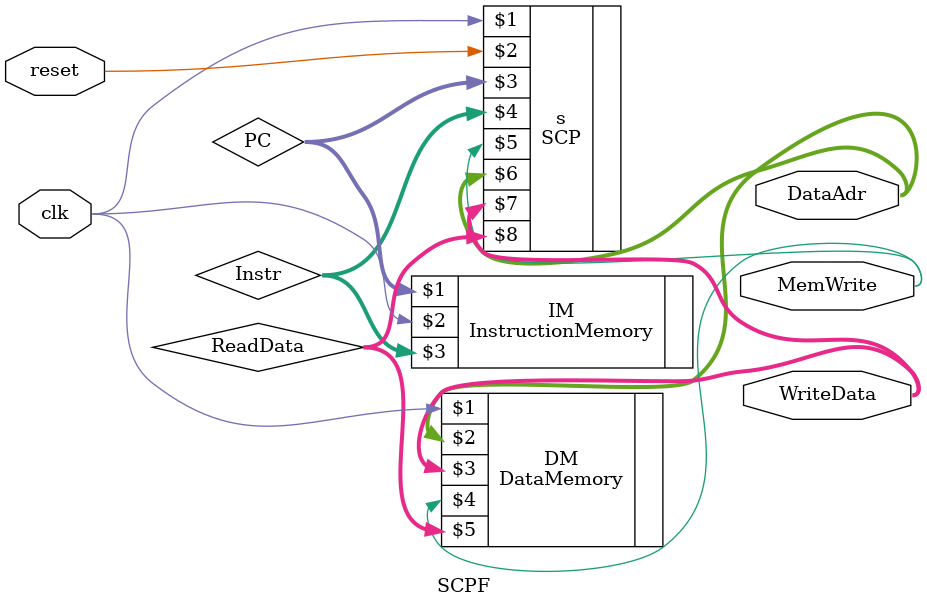
<source format=v>
module SCPF(input clk, reset,
           output [31:0] WriteData, DataAdr,
           output MemWrite);
    wire [31:0] PC, Instr, ReadData;
    
    SCP s(clk, reset, PC, Instr, MemWrite, DataAdr,  WriteData, ReadData);
    InstructionMemory IM(PC,clk, Instr);
    DataMemory DM(clk, DataAdr, WriteData, MemWrite, ReadData);
	 
 endmodule
</source>
